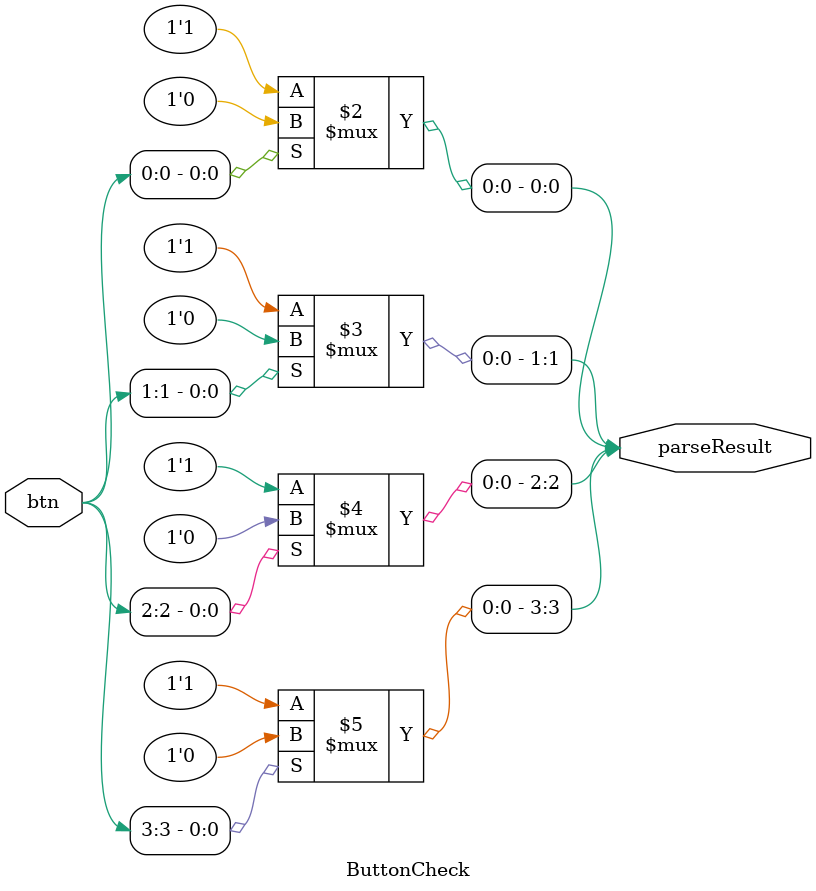
<source format=v>
`timescale 1ns / 1ps
module ButtonCheck(
	// °´Å¥
	input wire [3:0]btn,
	// ½âÎöµ±Ç°°´ÏÂµÄ°´Å¥¶ÔÓ¦µÄ·½Ïò btn[0] -> LEFT, btn[1] -> RIGHT, btn[2] -> UP, btn[3] -> DOWN
	output reg [3:0] parseResult
    );
	 
	 always @* begin
		parseResult[0] = (btn[0]) ? 1'b0 : 1'b1;
		parseResult[1] = (btn[1]) ? 1'b0 : 1'b1;
		parseResult[2] = (btn[2]) ? 1'b0 : 1'b1;
		parseResult[3] = (btn[3]) ? 1'b0 : 1'b1;
	end
	
endmodule

</source>
